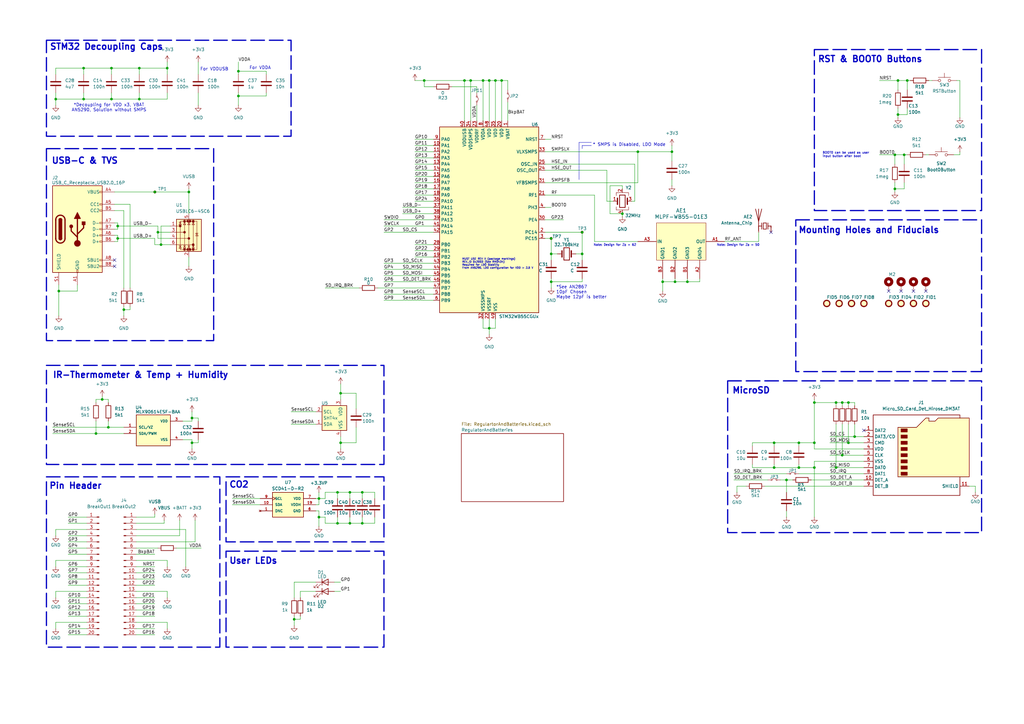
<source format=kicad_sch>
(kicad_sch (version 20250114) (generator "eeschema") (generator_version "9.0")
  (paper "A3")
  (title_block (title "STM32WB55 Dev Platform") (date "2026-02-27") (rev "1.0.0"))
  (rectangle (start 334.01 20.32) (end 402.59 86.36) (stroke (width 0.508) (type dash)))
  (rectangle (start 92.71 226.06) (end 157.48 265.43) (stroke (width 0.508) (type dash)))
  (rectangle (start 326.39 90.17) (end 402.59 152.4) (stroke (width 0.508) (type dash)))
  (rectangle (start 19.05 195.58) (end 90.17 265.43) (stroke (width 0.508) (type dash)))
  (rectangle (start 19.05 16.51) (end 119.38 55.88) (stroke (width 0.508) (type dash)))
  (rectangle (start 19.05 149.86) (end 157.48 190.5) (stroke (width 0.508) (type dash)))
  (rectangle (start 92.71 195.58) (end 157.48 222.25) (stroke (width 0.508) (type dash)))
  (rectangle (start 298.45 156.21) (end 402.59 218.44) (stroke (width 0.508) (type dash)))
  (rectangle (start 19.05 60.96) (end 87.63 139.7) (stroke (width 0.508) (type dash)))
  (text "Note: Design for Z_{0} = 50" (at 302.768 100.584 0) (effects (font (size 0.889 0.889))))
  (text "Pin Header" (at 30.988 199.39 0) (effects (font (size 2.54 2.54) (thickness 0.508) (bold yes))))
  (text "Mounting Holes and Fiducials" (at 356.362 94.488 0) (effects (font (size 2.54 2.54) (thickness 0.508) (bold yes))))
  (text "Note: Design for Z_{0} = 62" (at 252.222 100.584 0) (effects (font (size 0.889 0.889))))
  (text "*Decoupling for VDD x3, VBAT\nAN5290, Solution without SMPS\n" (at 44.704 44.196 0) (effects (font (size 1.27 1.27))))
  (text "BOOT0 can be used as user\ninput button after boot" (at 337.312 63.5 0) (effects (font (size 0.889 0.889)) (justify left)))
  (text "RST & BOOT0 Buttons" (at 356.87 24.384 0) (effects (font (size 2.54 2.54) (thickness 0.508) (bold yes))))
  (text "USB-C & TVS" (at 34.798 66.04 0) (effects (font (size 2.54 2.54) (thickness 0.508) (bold yes))))
  (text "For VDDA\n" (at 106.68 27.94 0) (effects (font (size 1.27 1.27))))
  (text "IR-Thermometer & Temp + Humidity\n" (at 57.658 153.924 0) (effects (font (size 2.54 2.54) (thickness 0.508) (bold yes))))
  (text "User LEDs" (at 103.886 230.124 0) (effects (font (size 2.54 2.54) (thickness 0.508) (bold yes))))
  (text "* SMPS is Disabled, LDO Mode" (at 258.064 59.436 0) (effects (font (size 1.27 1.27) (thickness 0.1588))))
  (text "MicroSD" (at 308.102 160.274 0) (effects (font (size 2.54 2.54) (thickness 0.508) (bold yes))))
  (text "CO2" (at 98.044 198.882 0) (effects (font (size 2.54 2.54) (thickness 0.508) (bold yes))))
  (text "*See AN2867\n10pF Chosen\nMaybe 12pF is better" (at 228.092 119.888 0) (effects (font (size 1.27 1.27)) (justify left)))
  (text "MUST USE REV X (package markings)\nREV_ID 0x2003 (See RM0434)\nRequired for LDO Stability\nFrom AN5290, LDO configuration for VDD > 2.5 V\n" (at 189.484 108.204 0) (effects (font (size 0.762 0.762)) (justify left)))
  (text "STM32 Decoupling Caps\n" (at 43.688 19.304 0) (effects (font (size 2.54 2.54) (thickness 0.508) (bold yes))))
  (text "For VDDUSB\n" (at 87.884 28.448 0) (effects (font (size 1.27 1.27))))
  (junction (at 327.66 181.61))
  (junction (at 367.03 77.47))
  (junction (at 22.86 40.64))
  (junction (at 41.91 163.83))
  (junction (at 39.37 177.8))
  (junction (at 143.51 214.63))
  (junction (at 148.59 201.93))
  (junction (at 203.2 33.02))
  (junction (at 120.65 254))
  (junction (at 97.79 39.37))
  (junction (at 57.15 40.64))
  (junction (at 327.66 191.77))
  (junction (at 205.74 33.02))
  (junction (at 193.04 33.02))
  (junction (at 200.66 33.02))
  (junction (at 226.06 104.14))
  (junction (at 78.74 171.45))
  (junction (at 190.5 33.02))
  (junction (at 271.78 115.57))
  (junction (at 368.3 33.02))
  (junction (at 226.06 115.57))
  (junction (at 334.01 181.61))
  (junction (at 276.86 115.57))
  (junction (at 173.99 33.02))
  (junction (at 24.13 119.38))
  (junction (at 50.8 127))
  (junction (at 226.06 97.79))
  (junction (at 44.45 175.26))
  (junction (at 281.94 115.57))
  (junction (at 261.62 62.23))
  (junction (at 66.04 100.33))
  (junction (at 238.76 95.25))
  (junction (at 255.27 87.63))
  (junction (at 48.26 92.71))
  (junction (at 97.79 29.21))
  (junction (at 238.76 104.14))
  (junction (at 275.59 62.23))
  (junction (at 68.58 27.94))
  (junction (at 77.47 78.74))
  (junction (at 48.26 97.79))
  (junction (at 64.77 95.25))
  (junction (at 345.44 165.1))
  (junction (at 370.84 63.5))
  (junction (at 347.98 181.61))
  (junction (at 322.58 196.85))
  (junction (at 347.98 165.1))
  (junction (at 78.74 181.61))
  (junction (at 200.66 134.62))
  (junction (at 139.7 161.29))
  (junction (at 130.81 204.47))
  (junction (at 148.59 214.63))
  (junction (at 45.72 40.64))
  (junction (at 34.29 40.64))
  (junction (at 138.43 201.93))
  (junction (at 143.51 201.93))
  (junction (at 63.5 78.74))
  (junction (at 317.5 191.77))
  (junction (at 368.3 46.99))
  (junction (at 198.12 33.02))
  (junction (at 334.01 191.77))
  (junction (at 57.15 27.94))
  (junction (at 367.03 63.5))
  (junction (at 334.01 165.1))
  (junction (at 372.11 33.02))
  (junction (at 345.44 186.69))
  (junction (at 317.5 181.61))
  (junction (at 139.7 181.61))
  (junction (at 342.9 165.1))
  (junction (at 342.9 191.77))
  (junction (at 350.52 179.07))
  (junction (at 138.43 214.63))
  (junction (at 130.81 212.09))
  (junction (at 34.29 27.94))
  (junction (at 45.72 27.94))
  (no_connect (at 374.65 119.38))
  (no_connect (at 354.33 176.53))
  (no_connect (at 46.99 109.22))
  (no_connect (at 364.49 119.38))
  (no_connect (at 46.99 106.68))
  (no_connect (at 316.23 95.25))
  (no_connect (at 369.57 119.38))
  (no_connect (at 379.73 119.38))
  (wire (pts (xy 372.11 44.45) (xy 372.11 46.99)))
  (wire (pts (xy 157.48 107.95) (xy 177.8 107.95)))
  (wire (pts (xy 69.85 95.25) (xy 64.77 95.25)))
  (wire (pts (xy 35.56 227.33) (xy 27.94 227.33)))
  (wire (pts (xy 22.86 245.11) (xy 22.86 242.57)))
  (wire (pts (xy 48.26 99.06) (xy 48.26 97.79)))
  (wire (pts (xy 243.84 99.06) (xy 261.62 99.06)))
  (wire (pts (xy 130.81 204.47) (xy 133.35 204.47)))
  (wire (pts (xy 123.19 252.73) (xy 123.19 254)))
  (wire (pts (xy 35.56 212.09) (xy 27.94 212.09)))
  (wire (pts (xy 143.51 201.93) (xy 143.51 204.47)))
  (wire (pts (xy 308.61 191.77) (xy 317.5 191.77)))
  (wire (pts (xy 39.37 163.83) (xy 39.37 165.1)))
  (wire (pts (xy 334.01 191.77) (xy 334.01 189.23)))
  (wire (pts (xy 138.43 214.63) (xy 133.35 214.63)))
  (wire (pts (xy 139.7 181.61) (xy 139.7 184.15)))
  (wire (pts (xy 35.56 240.03) (xy 27.94 240.03)))
  (wire (pts (xy 55.88 227.33) (xy 63.5 227.33)))
  (wire (pts (xy 21.59 177.8) (xy 39.37 177.8)))
  (wire (pts (xy 22.86 219.71) (xy 22.86 217.17)))
  (wire (pts (xy 275.59 66.04) (xy 275.59 62.23)))
  (wire (pts (xy 130.81 204.47) (xy 130.81 201.93)))
  (wire (pts (xy 57.15 38.1) (xy 57.15 40.64)))
  (wire (pts (xy 41.91 163.83) (xy 39.37 163.83)))
  (wire (pts (xy 200.66 130.81) (xy 200.66 134.62)))
  (wire (pts (xy 77.47 77.47) (xy 77.47 78.74)))
  (wire (pts (xy 372.11 33.02) (xy 372.11 36.83)))
  (wire (pts (xy 35.56 224.79) (xy 27.94 224.79)))
  (wire (pts (xy 223.52 74.93) (xy 261.62 74.93)))
  (wire (pts (xy 226.06 115.57) (xy 226.06 118.11)))
  (wire (pts (xy 177.8 35.56) (xy 173.99 35.56)))
  (wire (pts (xy 248.92 69.85) (xy 223.52 69.85)))
  (wire (pts (xy 21.59 175.26) (xy 44.45 175.26)))
  (wire (pts (xy 35.56 260.35) (xy 27.94 260.35)))
  (wire (pts (xy 133.35 204.47) (xy 133.35 201.93)))
  (wire (pts (xy 177.8 67.31) (xy 170.18 67.31)))
  (wire (pts (xy 45.72 40.64) (xy 34.29 40.64)))
  (wire (pts (xy 148.59 214.63) (xy 153.67 214.63)))
  (wire (pts (xy 130.81 212.09) (xy 130.81 215.9)))
  (wire (pts (xy 360.68 33.02) (xy 368.3 33.02)))
  (wire (pts (xy 50.8 86.36) (xy 50.8 118.11)))
  (wire (pts (xy 308.61 182.88) (xy 308.61 181.61)))
  (wire (pts (xy 368.3 46.99) (xy 372.11 46.99)))
  (wire (pts (xy 129.54 207.01) (xy 130.81 207.01)))
  (wire (pts (xy 208.28 36.83) (xy 208.28 33.02)))
  (wire (pts (xy 223.52 97.79) (xy 226.06 97.79)))
  (wire (pts (xy 381 33.02) (xy 382.27 33.02)))
  (wire (pts (xy 157.48 95.25) (xy 177.8 95.25)))
  (wire (pts (xy 45.72 27.94) (xy 57.15 27.94)))
  (wire (pts (xy 276.86 115.57) (xy 276.86 114.3)))
  (wire (pts (xy 287.02 115.57) (xy 281.94 115.57)))
  (wire (pts (xy 340.36 186.69) (xy 345.44 186.69)))
  (wire (pts (xy 342.9 173.99) (xy 342.9 191.77)))
  (wire (pts (xy 327.66 194.31) (xy 354.33 194.31)))
  (wire (pts (xy 193.04 33.02) (xy 193.04 49.53)))
  (wire (pts (xy 22.86 38.1) (xy 22.86 40.64)))
  (wire (pts (xy 317.5 182.88) (xy 317.5 181.61)))
  (wire (pts (xy 34.29 27.94) (xy 34.29 30.48)))
  (wire (pts (xy 46.99 99.06) (xy 48.26 99.06)))
  (wire (pts (xy 48.26 97.79) (xy 48.26 96.52)))
  (wire (pts (xy 55.88 229.87) (xy 68.58 229.87)))
  (wire (pts (xy 119.38 168.91) (xy 129.54 168.91)))
  (wire (pts (xy 287.02 115.57) (xy 287.02 114.3)))
  (wire (pts (xy 243.84 80.01) (xy 243.84 99.06)))
  (wire (pts (xy 370.84 63.5) (xy 372.11 63.5)))
  (wire (pts (xy 81.28 180.34) (xy 81.28 181.61)))
  (wire (pts (xy 68.58 27.94) (xy 68.58 30.48)))
  (wire (pts (xy 109.22 29.21) (xy 97.79 29.21)))
  (wire (pts (xy 55.88 255.27) (xy 68.58 255.27)))
  (wire (pts (xy 66.04 100.33) (xy 63.5 100.33)))
  (wire (pts (xy 109.22 29.21) (xy 109.22 30.48)))
  (wire (pts (xy 50.8 175.26) (xy 44.45 175.26)))
  (wire (pts (xy 345.44 166.37) (xy 345.44 165.1)))
  (wire (pts (xy 157.48 123.19) (xy 177.8 123.19)))
  (wire (pts (xy 400.05 199.39) (xy 400.05 201.93)))
  (wire (pts (xy 95.25 207.01) (xy 106.68 207.01)))
  (wire (pts (xy 231.14 90.17) (xy 223.52 90.17)))
  (wire (pts (xy 55.88 224.79) (xy 64.77 224.79)))
  (wire (pts (xy 203.2 134.62) (xy 200.66 134.62)))
  (wire (pts (xy 55.88 240.03) (xy 63.5 240.03)))
  (wire (pts (xy 24.13 119.38) (xy 24.13 129.54)))
  (wire (pts (xy 35.56 214.63) (xy 27.94 214.63)))
  (wire (pts (xy 223.52 57.15) (xy 226.06 57.15)))
  (wire (pts (xy 276.86 115.57) (xy 281.94 115.57)))
  (wire (pts (xy 39.37 177.8) (xy 39.37 172.72)))
  (wire (pts (xy 81.28 25.4) (xy 81.28 30.48)))
  (wire (pts (xy 44.45 165.1) (xy 44.45 163.83)))
  (wire (pts (xy 347.98 181.61) (xy 354.33 181.61)))
  (wire (pts (xy 48.26 93.98) (xy 48.26 92.71)))
  (wire (pts (xy 78.74 180.34) (xy 74.93 180.34)))
  (wire (pts (xy 130.81 209.55) (xy 130.81 212.09)))
  (wire (pts (xy 64.77 95.25) (xy 64.77 92.71)))
  (wire (pts (xy 146.05 161.29) (xy 139.7 161.29)))
  (wire (pts (xy 44.45 175.26) (xy 44.45 172.72)))
  (wire (pts (xy 81.28 172.72) (xy 81.28 171.45)))
  (wire (pts (xy 342.9 165.1) (xy 334.01 165.1)))
  (wire (pts (xy 208.28 33.02) (xy 205.74 33.02)))
  (wire (pts (xy 53.34 127) (xy 50.8 127)))
  (wire (pts (xy 45.72 27.94) (xy 45.72 30.48)))
  (wire (pts (xy 248.92 82.55) (xy 251.46 82.55)))
  (wire (pts (xy 190.5 33.02) (xy 190.5 49.53)))
  (wire (pts (xy 72.39 224.79) (xy 82.55 224.79)))
  (wire (pts (xy 48.26 91.44) (xy 46.99 91.44)))
  (wire (pts (xy 170.18 77.47) (xy 177.8 77.47)))
  (wire (pts (xy 77.47 78.74) (xy 77.47 87.63)))
  (wire (pts (xy 236.22 104.14) (xy 238.76 104.14)))
  (wire (pts (xy 368.3 46.99) (xy 368.3 48.26)))
  (wire (pts (xy 223.52 67.31) (xy 260.35 67.31)))
  (wire (pts (xy 64.77 97.79) (xy 64.77 95.25)))
  (wire (pts (xy 345.44 186.69) (xy 354.33 186.69)))
  (wire (pts (xy 55.88 214.63) (xy 67.31 214.63)))
  (wire (pts (xy 281.94 115.57) (xy 281.94 114.3)))
  (wire (pts (xy 195.58 43.18) (xy 195.58 49.53)))
  (wire (pts (xy 223.52 62.23) (xy 261.62 62.23)))
  (wire (pts (xy 48.26 97.79) (xy 63.5 97.79)))
  (wire (pts (xy 334.01 184.15) (xy 354.33 184.15)))
  (wire (pts (xy 46.99 78.74) (xy 63.5 78.74)))
  (wire (pts (xy 208.28 41.91) (xy 208.28 49.53)))
  (wire (pts (xy 69.85 97.79) (xy 64.77 97.79)))
  (wire (pts (xy 340.36 181.61) (xy 347.98 181.61)))
  (wire (pts (xy 129.54 204.47) (xy 130.81 204.47)))
  (wire (pts (xy 63.5 100.33) (xy 63.5 97.79)))
  (wire (pts (xy 342.9 191.77) (xy 354.33 191.77)))
  (wire (pts (xy 195.58 35.56) (xy 185.42 35.56)))
  (wire (pts (xy 157.48 113.03) (xy 177.8 113.03)))
  (wire (pts (xy 55.88 247.65) (xy 63.5 247.65)))
  (wire (pts (xy 332.74 196.85) (xy 354.33 196.85)))
  (wire (pts (xy 334.01 163.83) (xy 334.01 165.1)))
  (wire (pts (xy 34.29 27.94) (xy 45.72 27.94)))
  (wire (pts (xy 34.29 38.1) (xy 34.29 40.64)))
  (wire (pts (xy 327.66 181.61) (xy 334.01 181.61)))
  (wire (pts (xy 78.74 168.91) (xy 78.74 171.45)))
  (wire (pts (xy 109.22 38.1) (xy 109.22 39.37)))
  (wire (pts (xy 223.52 95.25) (xy 238.76 95.25)))
  (wire (pts (xy 345.44 173.99) (xy 345.44 186.69)))
  (wire (pts (xy 177.8 59.69) (xy 170.18 59.69)))
  (wire (pts (xy 67.31 213.36) (xy 67.31 214.63)))
  (wire (pts (xy 109.22 39.37) (xy 97.79 39.37)))
  (wire (pts (xy 133.35 214.63) (xy 133.35 212.09)))
  (wire (pts (xy 35.56 252.73) (xy 27.94 252.73)))
  (wire (pts (xy 78.74 172.72) (xy 74.93 172.72)))
  (wire (pts (xy 300.99 194.31) (xy 322.58 194.31)))
  (wire (pts (xy 22.86 40.64) (xy 22.86 43.18)))
  (wire (pts (xy 300.99 196.85) (xy 314.96 196.85)))
  (wire (pts (xy 55.88 217.17) (xy 76.2 217.17)))
  (wire (pts (xy 78.74 181.61) (xy 78.74 184.15)))
  (wire (pts (xy 226.06 104.14) (xy 226.06 106.68)))
  (wire (pts (xy 153.67 212.09) (xy 153.67 214.63)))
  (wire (pts (xy 35.56 234.95) (xy 27.94 234.95)))
  (wire (pts (xy 68.58 38.1) (xy 68.58 40.64)))
  (wire (pts (xy 139.7 157.48) (xy 139.7 161.29)))
  (wire (pts (xy 97.79 38.1) (xy 97.79 39.37)))
  (wire (pts (xy 367.03 77.47) (xy 370.84 77.47)))
  (wire (pts (xy 138.43 214.63) (xy 143.51 214.63)))
  (wire (pts (xy 139.7 161.29) (xy 139.7 163.83)))
  (wire (pts (xy 57.15 27.94) (xy 68.58 27.94)))
  (wire (pts (xy 148.59 201.93) (xy 148.59 204.47)))
  (wire (pts (xy 157.48 115.57) (xy 177.8 115.57)))
  (wire (pts (xy 68.58 25.4) (xy 68.58 27.94)))
  (polyline (pts (xy 237.49 73.66) (xy 237.49 58.42)))
  (wire (pts (xy 302.26 199.39) (xy 306.07 199.39)))
  (wire (pts (xy 46.99 93.98) (xy 48.26 93.98)))
  (wire (pts (xy 250.19 76.2) (xy 250.19 87.63)))
  (wire (pts (xy 154.94 118.11) (xy 177.8 118.11)))
  (wire (pts (xy 66.04 92.71) (xy 66.04 100.33)))
  (wire (pts (xy 143.51 212.09) (xy 143.51 214.63)))
  (wire (pts (xy 148.59 201.93) (xy 153.67 201.93)))
  (wire (pts (xy 223.52 80.01) (xy 243.84 80.01)))
  (wire (pts (xy 223.52 85.09) (xy 226.06 85.09)))
  (wire (pts (xy 22.86 257.81) (xy 22.86 255.27)))
  (wire (pts (xy 97.79 25.4) (xy 97.79 29.21)))
  (wire (pts (xy 193.04 33.02) (xy 190.5 33.02)))
  (wire (pts (xy 368.3 44.45) (xy 368.3 46.99)))
  (wire (pts (xy 143.51 201.93) (xy 148.59 201.93)))
  (wire (pts (xy 302.26 201.93) (xy 302.26 199.39)))
  (wire (pts (xy 327.66 191.77) (xy 334.01 191.77)))
  (wire (pts (xy 57.15 27.94) (xy 57.15 30.48)))
  (wire (pts (xy 81.28 181.61) (xy 78.74 181.61)))
  (wire (pts (xy 347.98 173.99) (xy 347.98 181.61)))
  (wire (pts (xy 350.52 165.1) (xy 347.98 165.1)))
  (wire (pts (xy 68.58 232.41) (xy 68.58 229.87)))
  (wire (pts (xy 138.43 212.09) (xy 138.43 214.63)))
  (wire (pts (xy 139.7 179.07) (xy 139.7 181.61)))
  (wire (pts (xy 130.81 207.01) (xy 130.81 204.47)))
  (wire (pts (xy 226.06 115.57) (xy 238.76 115.57)))
  (wire (pts (xy 334.01 181.61) (xy 334.01 184.15)))
  (wire (pts (xy 297.18 99.06) (xy 311.15 99.06)))
  (wire (pts (xy 35.56 229.87) (xy 22.86 229.87)))
  (wire (pts (xy 119.38 173.99) (xy 129.54 173.99)))
  (wire (pts (xy 370.84 74.93) (xy 370.84 77.47)))
  (wire (pts (xy 153.67 204.47) (xy 153.67 201.93)))
  (wire (pts (xy 48.26 96.52) (xy 46.99 96.52)))
  (wire (pts (xy 173.99 35.56) (xy 173.99 33.02)))
  (wire (pts (xy 35.56 219.71) (xy 27.94 219.71)))
  (wire (pts (xy 327.66 190.5) (xy 327.66 191.77)))
  (wire (pts (xy 322.58 209.55) (xy 322.58 212.09)))
  (wire (pts (xy 334.01 165.1) (xy 334.01 181.61)))
  (wire (pts (xy 129.54 209.55) (xy 130.81 209.55)))
  (wire (pts (xy 50.8 127) (xy 50.8 129.54)))
  (wire (pts (xy 45.72 38.1) (xy 45.72 40.64)))
  (wire (pts (xy 170.18 72.39) (xy 177.8 72.39)))
  (wire (pts (xy 76.2 232.41) (xy 76.2 217.17)))
  (wire (pts (xy 226.06 104.14) (xy 228.6 104.14)))
  (wire (pts (xy 170.18 74.93) (xy 177.8 74.93)))
  (wire (pts (xy 138.43 204.47) (xy 138.43 201.93)))
  (wire (pts (xy 69.85 92.71) (xy 66.04 92.71)))
  (wire (pts (xy 345.44 165.1) (xy 342.9 165.1)))
  (wire (pts (xy 271.78 115.57) (xy 271.78 114.3)))
  (wire (pts (xy 226.06 115.57) (xy 226.06 114.3)))
  (wire (pts (xy 317.5 181.61) (xy 327.66 181.61)))
  (wire (pts (xy 250.19 87.63) (xy 255.27 87.63)))
  (wire (pts (xy 360.68 63.5) (xy 367.03 63.5)))
  (wire (pts (xy 170.18 80.01) (xy 177.8 80.01)))
  (wire (pts (xy 340.36 179.07) (xy 350.52 179.07)))
  (wire (pts (xy 123.19 245.11) (xy 123.19 242.57)))
  (wire (pts (xy 68.58 257.81) (xy 68.58 255.27)))
  (wire (pts (xy 205.74 33.02) (xy 203.2 33.02)))
  (wire (pts (xy 120.65 245.11) (xy 120.65 238.76)))
  (wire (pts (xy 177.8 102.87) (xy 170.18 102.87)))
  (wire (pts (xy 55.88 222.25) (xy 80.01 222.25)))
  (wire (pts (xy 170.18 105.41) (xy 177.8 105.41)))
  (wire (pts (xy 143.51 214.63) (xy 148.59 214.63)))
  (wire (pts (xy 120.65 254) (xy 120.65 256.54)))
  (wire (pts (xy 255.27 76.2) (xy 250.19 76.2)))
  (polyline (pts (xy 238.76 59.69) (xy 242.57 59.69)))
  (wire (pts (xy 50.8 125.73) (xy 50.8 127)))
  (wire (pts (xy 200.66 33.02) (xy 200.66 49.53)))
  (wire (pts (xy 48.26 92.71) (xy 48.26 91.44)))
  (wire (pts (xy 55.88 232.41) (xy 63.5 232.41)))
  (wire (pts (xy 78.74 171.45) (xy 78.74 172.72)))
  (wire (pts (xy 350.52 179.07) (xy 354.33 179.07)))
  (wire (pts (xy 367.03 77.47) (xy 367.03 78.74)))
  (wire (pts (xy 334.01 212.09) (xy 334.01 191.77)))
  (wire (pts (xy 80.01 213.36) (xy 80.01 222.25)))
  (wire (pts (xy 81.28 171.45) (xy 78.74 171.45)))
  (wire (pts (xy 397.51 199.39) (xy 400.05 199.39)))
  (wire (pts (xy 95.25 204.47) (xy 106.68 204.47)))
  (wire (pts (xy 55.88 219.71) (xy 73.66 219.71)))
  (wire (pts (xy 379.73 63.5) (xy 381 63.5)))
  (wire (pts (xy 203.2 33.02) (xy 200.66 33.02)))
  (wire (pts (xy 97.79 39.37) (xy 97.79 43.18)))
  (wire (pts (xy 203.2 33.02) (xy 203.2 49.53)))
  (wire (pts (xy 165.1 87.63) (xy 177.8 87.63)))
  (wire (pts (xy 24.13 116.84) (xy 24.13 119.38)))
  (wire (pts (xy 311.15 95.25) (xy 311.15 99.06)))
  (wire (pts (xy 372.11 33.02) (xy 373.38 33.02)))
  (wire (pts (xy 275.59 73.66) (xy 275.59 76.2)))
  (wire (pts (xy 123.19 242.57) (xy 129.54 242.57)))
  (wire (pts (xy 198.12 33.02) (xy 198.12 49.53)))
  (wire (pts (xy 81.28 43.18) (xy 81.28 38.1)))
  (wire (pts (xy 157.48 90.17) (xy 177.8 90.17)))
  (wire (pts (xy 367.03 67.31) (xy 367.03 63.5)))
  (wire (pts (xy 320.04 196.85) (xy 322.58 196.85)))
  (wire (pts (xy 41.91 162.56) (xy 41.91 163.83)))
  (wire (pts (xy 77.47 105.41) (xy 77.47 109.22)))
  (wire (pts (xy 148.59 212.09) (xy 148.59 214.63)))
  (wire (pts (xy 347.98 165.1) (xy 345.44 165.1)))
  (wire (pts (xy 334.01 189.23) (xy 354.33 189.23)))
  (wire (pts (xy 347.98 166.37) (xy 347.98 165.1)))
  (wire (pts (xy 63.5 210.82) (xy 63.5 212.09)))
  (wire (pts (xy 173.99 33.02) (xy 190.5 33.02)))
  (wire (pts (xy 35.56 245.11) (xy 27.94 245.11)))
  (wire (pts (xy 327.66 182.88) (xy 327.66 181.61)))
  (wire (pts (xy 308.61 190.5) (xy 308.61 191.77)))
  (wire (pts (xy 157.48 120.65) (xy 177.8 120.65)))
  (wire (pts (xy 350.52 173.99) (xy 350.52 179.07)))
  (wire (pts (xy 22.86 232.41) (xy 22.86 229.87)))
  (wire (pts (xy 146.05 175.26) (xy 146.05 181.61)))
  (wire (pts (xy 55.88 250.19) (xy 63.5 250.19)))
  (wire (pts (xy 173.99 33.02) (xy 170.18 33.02)))
  (wire (pts (xy 55.88 234.95) (xy 63.5 234.95)))
  (wire (pts (xy 165.1 85.09) (xy 177.8 85.09)))
  (wire (pts (xy 226.06 97.79) (xy 226.06 104.14)))
  (wire (pts (xy 370.84 63.5) (xy 370.84 67.31)))
  (wire (pts (xy 73.66 213.36) (xy 73.66 219.71)))
  (wire (pts (xy 53.34 83.82) (xy 53.34 118.11)))
  (wire (pts (xy 31.75 119.38) (xy 24.13 119.38)))
  (wire (pts (xy 31.75 116.84) (xy 31.75 119.38)))
  (wire (pts (xy 146.05 181.61) (xy 139.7 181.61)))
  (wire (pts (xy 22.86 27.94) (xy 34.29 27.94)))
  (wire (pts (xy 177.8 62.23) (xy 170.18 62.23)))
  (wire (pts (xy 35.56 237.49) (xy 27.94 237.49)))
  (wire (pts (xy 35.56 257.81) (xy 27.94 257.81)))
  (wire (pts (xy 322.58 196.85) (xy 325.12 196.85)))
  (wire (pts (xy 35.56 255.27) (xy 22.86 255.27)))
  (wire (pts (xy 55.88 242.57) (xy 68.58 242.57)))
  (wire (pts (xy 368.3 36.83) (xy 368.3 33.02)))
  (wire (pts (xy 46.99 83.82) (xy 53.34 83.82)))
  (wire (pts (xy 177.8 69.85) (xy 170.18 69.85)))
  (wire (pts (xy 205.74 33.02) (xy 205.74 49.53)))
  (wire (pts (xy 367.03 74.93) (xy 367.03 77.47)))
  (wire (pts (xy 120.65 238.76) (xy 129.54 238.76)))
  (wire (pts (xy 137.16 238.76) (xy 139.7 238.76)))
  (wire (pts (xy 275.59 59.69) (xy 275.59 62.23)))
  (wire (pts (xy 313.69 199.39) (xy 354.33 199.39)))
  (wire (pts (xy 22.86 40.64) (xy 34.29 40.64)))
  (wire (pts (xy 195.58 38.1) (xy 195.58 35.56)))
  (wire (pts (xy 342.9 166.37) (xy 342.9 165.1)))
  (wire (pts (xy 255.27 88.9) (xy 255.27 87.63)))
  (wire (pts (xy 78.74 180.34) (xy 78.74 181.61)))
  (wire (pts (xy 322.58 196.85) (xy 322.58 201.93)))
  (wire (pts (xy 55.88 245.11) (xy 63.5 245.11)))
  (wire (pts (xy 203.2 130.81) (xy 203.2 134.62)))
  (wire (pts (xy 193.04 33.02) (xy 198.12 33.02)))
  (wire (pts (xy 63.5 78.74) (xy 77.47 78.74)))
  (wire (pts (xy 200.66 33.02) (xy 198.12 33.02)))
  (wire (pts (xy 57.15 40.64) (xy 45.72 40.64)))
  (wire (pts (xy 55.88 237.49) (xy 63.5 237.49)))
  (wire (pts (xy 177.8 100.33) (xy 170.18 100.33)))
  (polyline (pts (xy 237.49 58.42) (xy 242.57 58.42)))
  (wire (pts (xy 340.36 191.77) (xy 342.9 191.77)))
  (wire (pts (xy 50.8 177.8) (xy 39.37 177.8)))
  (wire (pts (xy 35.56 247.65) (xy 27.94 247.65)))
  (wire (pts (xy 22.86 30.48) (xy 22.86 27.94)))
  (wire (pts (xy 35.56 232.41) (xy 27.94 232.41)))
  (wire (pts (xy 55.88 252.73) (xy 63.5 252.73)))
  (wire (pts (xy 260.35 67.31) (xy 260.35 82.55)))
  (wire (pts (xy 146.05 167.64) (xy 146.05 161.29)))
  (wire (pts (xy 177.8 57.15) (xy 170.18 57.15)))
  (wire (pts (xy 368.3 33.02) (xy 372.11 33.02)))
  (wire (pts (xy 271.78 119.38) (xy 271.78 115.57)))
  (wire (pts (xy 271.78 115.57) (xy 276.86 115.57)))
  (polyline (pts (xy 238.76 60.96) (xy 238.76 59.69)))
  (wire (pts (xy 46.99 86.36) (xy 50.8 86.36)))
  (wire (pts (xy 55.88 260.35) (xy 63.5 260.35)))
  (wire (pts (xy 133.35 118.11) (xy 147.32 118.11)))
  (wire (pts (xy 55.88 257.81) (xy 63.5 257.81)))
  (wire (pts (xy 317.5 190.5) (xy 317.5 191.77)))
  (wire (pts (xy 138.43 201.93) (xy 143.51 201.93)))
  (wire (pts (xy 35.56 242.57) (xy 22.86 242.57)))
  (wire (pts (xy 238.76 95.25) (xy 238.76 104.14)))
  (wire (pts (xy 308.61 181.61) (xy 317.5 181.61)))
  (wire (pts (xy 238.76 104.14) (xy 238.76 106.68)))
  (wire (pts (xy 248.92 69.85) (xy 248.92 82.55)))
  (wire (pts (xy 200.66 134.62) (xy 200.66 137.16)))
  (wire (pts (xy 350.52 166.37) (xy 350.52 165.1)))
  (wire (pts (xy 393.7 62.23) (xy 393.7 63.5)))
  (wire (pts (xy 317.5 191.77) (xy 327.66 191.77)))
  (wire (pts (xy 255.27 76.2) (xy 255.27 77.47)))
  (wire (pts (xy 137.16 242.57) (xy 139.7 242.57)))
  (wire (pts (xy 391.16 63.5) (xy 393.7 63.5)))
  (wire (pts (xy 393.7 33.02) (xy 392.43 33.02)))
  (wire (pts (xy 53.34 125.73) (xy 53.34 127)))
  (wire (pts (xy 35.56 217.17) (xy 22.86 217.17)))
  (wire (pts (xy 367.03 63.5) (xy 370.84 63.5)))
  (wire (pts (xy 157.48 110.49) (xy 177.8 110.49)))
  (wire (pts (xy 177.8 82.55) (xy 170.18 82.55)))
  (wire (pts (xy 133.35 201.93) (xy 138.43 201.93)))
  (wire (pts (xy 68.58 40.64) (xy 57.15 40.64)))
  (wire (pts (xy 393.7 48.26) (xy 393.7 33.02)))
  (wire (pts (xy 97.79 29.21) (xy 97.79 30.48)))
  (wire (pts (xy 120.65 252.73) (xy 120.65 254)))
  (wire (pts (xy 261.62 62.23) (xy 275.59 62.23)))
  (wire (pts (xy 198.12 130.81) (xy 198.12 134.62)))
  (wire (pts (xy 133.35 212.09) (xy 130.81 212.09)))
  (wire (pts (xy 55.88 212.09) (xy 63.5 212.09)))
  (wire (pts (xy 177.8 64.77) (xy 170.18 64.77)))
  (wire (pts (xy 261.62 62.23) (xy 261.62 74.93)))
  (wire (pts (xy 68.58 245.11) (xy 68.58 242.57)))
  (wire (pts (xy 35.56 250.19) (xy 27.94 250.19)))
  (wire (pts (xy 200.66 134.62) (xy 198.12 134.62)))
  (wire (pts (xy 69.85 100.33) (xy 66.04 100.33)))
  (wire (pts (xy 238.76 114.3) (xy 238.76 115.57)))
  (wire (pts (xy 35.56 222.25) (xy 27.94 222.25)))
  (wire (pts (xy 123.19 254) (xy 120.65 254)))
  (wire (pts (xy 157.48 92.71) (xy 177.8 92.71)))
  (wire (pts (xy 48.26 92.71) (xy 64.77 92.71)))
  (wire (pts (xy 260.35 82.55) (xy 259.08 82.55)))
  (wire (pts (xy 44.45 163.83) (xy 41.91 163.83)))
  (label "VDDA" (at 195.58 48.26 90))
  (label "GP23" (at 231.14 90.17 180))
  (label "SD_DET_B" (at 340.36 199.39 0))
  (label "SenseSDA" (at 165.1 123.19 0))
  (label "GP5" (at 27.94 227.33 0))
  (label "GP18" (at 170.18 77.47 0))
  (label "GP10" (at 170.18 57.15 0))
  (label "NRST" (at 226.06 57.15 0))
  (label "SenseSDA" (at 21.59 177.8 0))
  (label "USB_D-" (at 54.61 92.71 0))
  (label "GP14" (at 27.94 257.81 0))
  (label "SD_DET_A" (at 340.36 196.85 0))
  (label "VDDA" (at 97.79 25.4 0))
  (label "GP20" (at 170.18 72.39 0))
  (label "SenseSCL" (at 95.25 204.47 0))
  (label "BkpBAT" (at 63.5 227.33 180))
  (label "USB_D+" (at 54.61 97.79 0))
  (label "GP15" (at 27.94 260.35 0))
  (label "RF_ANT" (at 297.18 99.06 0))
  (label "GP0" (at 170.18 90.17 0))
  (label "GP14" (at 170.18 67.31 0))
  (label "GP11" (at 27.94 247.65 0))
  (label "SD_SCLK" (at 340.36 186.69 0))
  (label "GP16" (at 63.5 260.35 180))
  (label "SD_CS" (at 165.1 95.25 0))
  (label "GP13" (at 170.18 64.77 0))
  (label "GP16" (at 170.18 105.41 0))
  (label "GP2" (at 157.48 95.25 0))
  (label "GP21" (at 63.5 245.11 180))
  (label "GP6" (at 27.94 232.41 0))
  (label "GP23" (at 63.5 237.49 180))
  (label "SD_CS" (at 340.36 179.07 0))
  (label "HSE_IN" (at 226.06 67.31 0))
  (label "GP21" (at 170.18 100.33 0))
  (label "SD_MOSI" (at 165.1 113.03 0))
  (label "USB_D+" (at 165.1 87.63 0))
  (label "SMPSFB" (at 226.06 74.93 0))
  (label "SenseSCL" (at 119.38 168.91 0))
  (label "SenseSCL" (at 21.59 175.26 0))
  (label "GP3" (at 27.94 222.25 0))
  (label "GP24" (at 63.5 234.95 180))
  (label "GP4" (at 27.94 224.79 0))
  (label "GP10" (at 27.94 245.11 0))
  (label "GP12" (at 170.18 62.23 0))
  (label "USB_D-" (at 165.1 85.09 0))
  (label "SWCLK" (at 157.48 92.71 0))
  (label "GP1" (at 139.7 242.57 0))
  (label "GP22" (at 63.5 240.03 180))
  (label "GP13" (at 27.94 252.73 0))
  (label "RF" (at 226.06 80.01 0))
  (label "SD_MISO" (at 165.1 110.49 0))
  (label "SD_MOSI" (at 340.36 181.61 0))
  (label "BOOT0" (at 226.06 85.09 0))
  (label "VDDA" (at 82.55 224.79 180))
  (label "NRST" (at 63.5 232.41 180))
  (label "NRST" (at 360.68 33.02 0))
  (label "GP6" (at 157.48 115.57 0))
  (label "GP12" (at 27.94 250.19 0))
  (label "SD_IRQ" (at 340.36 194.31 0))
  (label "GP1" (at 170.18 92.71 0))
  (label "GP9" (at 157.48 123.19 0))
  (label "SD_DET_BRK" (at 300.99 196.85 0))
  (label "SWDIO" (at 157.48 90.17 0))
  (label "SenseSDA" (at 95.25 207.01 0))
  (label "SD_IRQ_BRK" (at 300.99 194.31 0))
  (label "SenseSDA" (at 119.38 173.99 0))
  (label "GP5" (at 157.48 113.03 0))
  (label "GP8" (at 157.48 120.65 0))
  (label "SD_SCLK" (at 165.1 107.95 0))
  (label "GP4" (at 157.48 110.49 0))
  (label "GP0" (at 139.7 238.76 0))
  (label "GP17" (at 170.18 80.01 0))
  (label "GP0" (at 27.94 212.09 0))
  (label "GP22" (at 170.18 102.87 0))
  (label "SD_MISO" (at 340.36 191.77 0))
  (label "SMPSLX" (at 226.06 62.23 0))
  (label "GP1" (at 27.94 214.63 0))
  (label "GP9" (at 27.94 240.03 0))
  (label "GP11" (at 170.18 59.69 0))
  (label "BOOT0" (at 360.68 63.5 0))
  (label "SenseSCL" (at 165.1 120.65 0))
  (label "BkpBAT" (at 208.28 46.99 0))
  (label "GP15" (at 170.18 69.85 0))
  (label "GP3" (at 157.48 107.95 0))
  (label "GP7" (at 157.48 118.11 0))
  (label "SD_DET_BRK" (at 165.1 115.57 0))
  (label "GP19" (at 170.18 74.93 0))
  (label "GP7" (at 27.94 234.95 0))
  (label "GP19" (at 63.5 250.19 180))
  (label "GP17" (at 63.5 257.81 180))
  (label "GP8" (at 27.94 237.49 0))
  (label "GP2" (at 27.94 219.71 0))
  (label "GP20" (at 63.5 247.65 180))
  (label "SD_IRQ_BRK" (at 133.35 118.11 0))
  (label "GP24" (at 170.18 82.55 0))
  (label "HSE_OUT" (at 226.06 69.85 0))
  (label "GP18" (at 63.5 252.73 180))
  (symbol (lib_id "power:GND") (at 78.74 184.15 0) (unit 1)
    (property "Reference" "#PWR09" (effects (hide yes)))
    (property "Value" "GND" (at 78.74 187.96 0))
    (property "Description" "Power symbol creates a global label with name \"GND\" , ground" (effects (hide yes)))
  )
  (symbol (lib_id "Device:R") (at 120.65 248.92 0) (mirror y) (unit 1)
    (property "Reference" "R9" (at 118.11 247.6499 0) (effects (justify left)))
    (property "Value" "1k" (at 118.11 250.1899 0) (effects (justify left)))
    (property "Footprint" "Resistor_SMD:R_0603_1608Metric_Pad0.98x0.95mm_HandSolder" (effects (hide yes)))
    (property "Description" "Resistor" (effects (hide yes)))
  )
  (symbol (lib_id "Device:LED") (at 133.35 238.76 0) (unit 1)
    (property "Reference" "D1" (at 131.572 234.696 0))
    (property "Value" "LED" (at 132.08 236.474 0))
    (property "Footprint" "LED_SMD:LED_0805_2012Metric_Pad1.15x1.40mm_HandSolder" (effects (hide yes)))
    (property "Description" "Light emitting diode" (effects (hide yes)))
    (property "Sim.Pins" "1=K 2=A" (effects (hide yes)))
  )
  (symbol (lib_id "Device:C") (at 81.28 176.53 0) (mirror y) (unit 1)
    (property "Reference" "C32" (at 78.74 175.26 0) (effects (justify left)))
    (property "Value" "100n" (at 78.74 177.8 0) (effects (justify left)))
    (property "Footprint" "Capacitor_SMD:C_0603_1608Metric_Pad1.08x0.95mm_HandSolder" (effects (hide yes)))
    (property "Description" "Unpolarized capacitor" (effects (hide yes)))
  )
  (symbol (lib_id "power:GND") (at 393.7 48.26 0) (unit 1)
    (property "Reference" "#PWR042" (effects (hide yes)))
    (property "Value" "GND" (at 393.7 51.816 0))
    (property "Description" "Power symbol creates a global label with name \"GND\" , ground" (effects (hide yes)))
  )
  (symbol (lib_id "Power_Protection:USBLC6-4SC6") (at 77.47 95.25 0) (unit 1)
    (property "Reference" "U1" (at 72.136 84.074 0) (effects (justify left)))
    (property "Value" "USBLC6-4SC6" (at 72.136 86.614 0) (effects (justify left)))
    (property "Footprint" "Package_TO_SOT_SMD:SOT-23-6" (effects (hide yes)))
    (property "Datasheet" "https://www.st.com/resource/en/datasheet/usblc6-4.pdf" (effects (hide yes)))
    (property "Description" "Very low capacitance ESD protection diode, 4 data-line, SOT-23-6" (effects (hide yes)))
  )
  (symbol (lib_id "Device:R") (at 328.93 196.85 90) (mirror x) (unit 1)
    (property "Reference" "R3" (at 328.422 198.882 90))
    (property "Value" "5k1" (at 328.93 200.66 90))
    (property "Footprint" "Resistor_SMD:R_0603_1608Metric_Pad0.98x0.95mm_HandSolder" (effects (hide yes)))
    (property "Description" "Resistor" (effects (hide yes)))
  )
  (symbol (lib_id "Mechanical:MountingHole_Pad") (at 379.73 116.84 0) (unit 1) (in_bom no)
    (property "Reference" "H3" (effects (hide yes)))
    (property "Value" "M2" (effects (hide yes)))
    (property "Footprint" "MountingHole:MountingHole_2.2mm_M2_ISO7380_Pad_TopBottom" (effects (hide yes)))
    (property "Description" "Mounting Hole with connection" (effects (hide yes)))
  )
  (symbol (lib_id "power:GND") (at 22.86 43.18 0) (unit 1)
    (property "Reference" "#PWR01" (effects (hide yes)))
    (property "Value" "GND" (at 22.86 48.26 0))
    (property "Description" "Power symbol creates a global label with name \"GND\" , ground" (effects (hide yes)))
  )
  (symbol (lib_id "power:GND") (at 68.58 245.11 0) (unit 1)
    (property "Reference" "#PWR024" (effects (hide yes)))
    (property "Value" "GND" (at 68.58 248.92 0))
    (property "Description" "Power symbol creates a global label with name \"GND\" , ground" (effects (hide yes)))
  )
  (symbol (lib_id "MLX90614ESF-BAA-000-TU:MLX90614ESF-BAA-000-TU") (at 59.69 175.26 0) (unit 1)
    (property "Reference" "U4" (at 56.896 167.132 0))
    (property "Value" "MLX90614ESF-BAA" (at 64.77 168.91 0))
    (property "Footprint" "MLX90614ESF_symb_footprint:TO254P942H425-4" (effects (hide yes)))
    (property "PARTREV" "13" (effects (hide yes)))
    (property "STANDARD" "IPC 7351B" (effects (hide yes)))
    (property "MAXIMUM_PACKAGE_HEIGHT" "4.25 mm" (effects (hide yes)))
    (property "MANUFACTURER" "Melexis" (effects (hide yes)))
  )
  (symbol (lib_id "Device:R") (at 181.61 35.56 90) (unit 1)
    (property "Reference" "R23" (at 181.61 40.132 90))
    (property "Value" "0" (at 181.61 38.1 90))
    (property "Footprint" "Resistor_SMD:R_1206_3216Metric_Pad1.30x1.75mm_HandSolder" (effects (hide yes)))
    (property "Description" "Resistor" (effects (hide yes)))
  )
  (symbol (lib_id "Mechanical:Fiducial") (at 339.09 124.46 0) (unit 1) (in_bom no)
    (property "Reference" "FID5" (at 339.09 121.92 0) (effects (justify left)))
    (property "Value" "Fiducial" (effects (hide yes)))
    (property "Footprint" "Fiducial:Fiducial_1.5mm_Mask3mm" (effects (hide yes)))
    (property "Description" "Fiducial Marker" (effects (hide yes)))
  )
  (symbol (lib_id "Device:R") (at 367.03 71.12 0) (mirror y) (unit 1)
    (property "Reference" "R17" (at 364.49 69.8499 0) (effects (justify left)))
    (property "Value" "1meg" (at 364.49 72.3899 0) (effects (justify left)))
    (property "Footprint" "Resistor_SMD:R_0603_1608Metric_Pad0.98x0.95mm_HandSolder" (effects (hide yes)))
    (property "Description" "Resistor" (effects (hide yes)))
  )
  (symbol (lib_id "Connector:TestPoint_Small") (at 226.06 97.79 0) (unit 1)
    (property "Reference" "TP7" (at 226.568 97.028 0) (effects (justify left)))
    (property "Value" "LSEMon1" (effects (hide yes)))
    (property "Footprint" "TestPoint:TestPoint_Pad_D1.0mm" (effects (hide yes)))
    (property "Description" "test point" (effects (hide yes)))
  )
  (symbol (lib_id "power:+3.3VP") (at 130.81 201.93 0) (unit 1)
    (property "Reference" "#PWR076" (effects (hide yes)))
    (property "Value" "+3.3VP" (at 130.81 198.12 0))
    (property "Description" "Power symbol creates a global label with name \"+3.3VP\"" (effects (hide yes)))
  )
  (symbol (lib_id "power:GND") (at 50.8 129.54 0) (unit 1)
    (property "Reference" "#PWR04" (effects (hide yes)))
    (property "Value" "GND" (at 50.8 134.62 0))
    (property "Description" "Power symbol creates a global label with name \"GND\" , ground" (effects (hide yes)))
  )
  (symbol (lib_id "Device:R") (at 53.34 121.92 0) (unit 1)
    (property "Reference" "R8" (at 55.88 120.6499 0) (effects (justify left)))
    (property "Value" "5k1" (at 55.88 123.1899 0) (effects (justify left)))
    (property "Footprint" "Resistor_SMD:R_0603_1608Metric_Pad0.98x0.95mm_HandSolder" (effects (hide yes)))
    (property "Description" "Resistor" (effects (hide yes)))
  )
  (symbol (lib_id "Device:C") (at 34.29 34.29 0) (unit 1)
    (property "Reference" "C14" (at 38.1 33.0199 0) (effects (justify left)))
    (property "Value" "100n" (at 38.1 35.5599 0) (effects (justify left)))
    (property "Footprint" "Capacitor_SMD:C_0603_1608Metric_Pad1.08x0.95mm_HandSolder" (effects (hide yes)))
    (property "Description" "Unpolarized capacitor" (effects (hide yes)))
  )
  (symbol (lib_id "Connector:Micro_SD_Card_Det_Hirose_DM3AT") (at 377.19 186.69 0) (unit 1)
    (property "Reference" "J1" (at 377.825 165.1 0))
    (property "Value" "Micro_SD_Card_Det_Hirose_DM3AT" (at 377.825 167.64 0))
    (property "Footprint" "Connector_Card:microSD_HC_Hirose_DM3AT-SF-PEJM5" (effects (hide yes)))
    (property "Datasheet" "https://www.hirose.com/product/en/download_file/key_name/DM3/category/Catalog/doc_file_id/49662/?file_category_id=4&item_id=195&is_series=1" (effects (hide yes)))
    (property "Description" "Micro SD Card Socket with card detection pins" (effects (hide yes)))
  )
  (symbol (lib_id "power:+3V3") (at 393.7 62.23 0) (unit 1)
    (property "Reference" "#PWR043" (effects (hide yes)))
    (property "Value" "+3V3" (at 393.7 57.15 0))
    (property "Description" "Power symbol creates a global label with name \"+3V3\"" (effects (hide yes)))
  )
  (symbol (lib_id "Jumper:Jumper_2_Small_Bridged") (at 325.12 194.31 0) (unit 1)
    (property "Reference" "JP1" (at 325.12 193.04 0))
    (property "Value" "SD_IRQ_BREAKER" (effects (hide yes)))
    (property "Footprint" "Jumper:SolderJumper-2_P1.3mm_Bridged_RoundedPad1.0x1.5mm" (effects (hide yes)))
    (property "Description" "Jumper, 2-pole, small symbol, bridged" (effects (hide yes)))
  )
  (symbol (lib_id "power:GND") (at 22.86 232.41 0) (mirror y) (unit 1)
    (property "Reference" "#PWR014" (effects (hide yes)))
    (property "Value" "GND" (at 22.86 236.22 0))
    (property "Description" "Power symbol creates a global label with name \"GND\" , ground" (effects (hide yes)))
  )
  (symbol (lib_id "MCU_ST_STM32WB:STM32WB55CEUx") (at 200.66 90.17 0) (mirror y) (unit 1)
    (property "Reference" "U6" (at 220.726 51.054 0) (effects (justify left)))
    (property "Value" "STM32WB55CGUx" (at 220.98 129.794 0) (effects (justify left)))
    (property "Footprint" "Package_DFN_QFN:QFN-48-1EP_7x7mm_P0.5mm_EP5.6x5.6mm" (effects (hide yes)))
    (property "Datasheet" "https://www.st.com/resource/en/datasheet/stm32wb55ce.pdf" (effects (hide yes)))
    (property "Description" "STMicroelectronics Arm Cortex-M4 MCU, 512KB flash, 256KB RAM, 64 MHz, 1.71-3.6V, 30 GPIO, UFQFPN48" (effects (hide yes)))
  )
  (symbol (lib_id "power:GND") (at 130.81 215.9 0) (unit 1)
    (property "Reference" "#PWR075" (effects (hide yes)))
    (property "Value" "GND" (at 130.81 219.71 0))
    (property "Description" "Power symbol creates a global label with name \"GND\" , ground" (effects (hide yes)))
  )
  (symbol (lib_id "power:GND") (at 120.65 256.54 0) (unit 1)
    (property "Reference" "#PWR018" (effects (hide yes)))
    (property "Value" "GND" (at 120.65 261.62 0))
    (property "Description" "Power symbol creates a global label with name \"GND\" , ground" (effects (hide yes)))
  )
  (symbol (lib_id "Mechanical:MountingHole_Pad") (at 364.49 116.84 0) (unit 1) (in_bom no)
    (property "Reference" "H2" (effects (hide yes)))
    (property "Value" "M2" (at 364.49 112.522 0) (effects (justify left)))
    (property "Footprint" "MountingHole:MountingHole_2.2mm_M2_ISO7380_Pad_TopBottom" (effects (hide yes)))
    (property "Description" "Mounting Hole with connection" (effects (hide yes)))
  )
  (symbol (lib_id "power:GND") (at 302.26 201.93 0) (unit 1)
    (property "Reference" "#PWR030" (effects (hide yes)))
    (property "Value" "GND" (at 302.26 205.994 0))
    (property "Description" "Power symbol creates a global label with name \"GND\" , ground" (effects (hide yes)))
  )
  (symbol (lib_id "Device:C") (at 153.67 208.28 0) (mirror y) (unit 1)
    (property "Reference" "C38" (at 152.654 205.994 0) (effects (justify left)))
    (property "Value" "10u" (at 152.654 210.312 0) (effects (justify left)))
    (property "Footprint" "Capacitor_SMD:C_0805_2012Metric_Pad1.18x1.45mm_HandSolder" (effects (hide yes)))
    (property "Description" "Unpolarized capacitor" (effects (hide yes)))
  )
  (symbol (lib_id "Device:R") (at 309.88 199.39 90) (mirror x) (unit 1)
    (property "Reference" "R14" (at 309.88 201.422 90))
    (property "Value" "5k1" (at 309.88 203.2 90))
    (property "Footprint" "Resistor_SMD:R_0603_1608Metric_Pad0.98x0.95mm_HandSolder" (effects (hide yes)))
    (property "Description" "Resistor" (effects (hide yes)))
  )
  (symbol (lib_id "Jumper:Jumper_2_Small_Bridged") (at 195.58 40.64 270) (unit 1)
    (property "Reference" "JP11" (at 195.58 37.084 90))
    (property "Value" "VDDABreaker" (effects (hide yes)))
    (property "Footprint" "Jumper:SolderJumper-2_P1.3mm_Bridged_RoundedPad1.0x1.5mm" (effects (hide yes)))
    (property "Description" "Jumper, 2-pole, small symbol, bridged" (effects (hide yes)))
  )
  (symbol (lib_id "Connector:USB_C_Receptacle_USB2.0_16P") (at 31.75 93.98 0) (unit 1)
    (property "Reference" "J2" (at 22.606 72.898 0))
    (property "Value" "USB_C_Receptacle_USB2.0_16P" (at 36.322 74.93 0))
    (property "Footprint" "Connector_USB:USB_C_Receptacle_GCT_USB4105-xx-A_16P_TopMnt_Horizontal" (effects (hide yes)))
    (property "Datasheet" "https://www.usb.org/sites/default/files/documents/usb_type-c.zip" (effects (hide yes)))
    (property "Description" "USB 2.0-only 16P Type-C Receptacle connector" (effects (hide yes)))
  )
  (symbol (lib_id "power:+3V3") (at 78.74 168.91 0) (unit 1)
    (property "Reference" "#PWR08" (effects (hide yes)))
    (property "Value" "+3V3" (at 78.74 163.83 0))
    (property "Description" "Power symbol creates a global label with name \"+3V3\"" (effects (hide yes)))
  )
  (symbol (lib_id "power:GND") (at 22.86 245.11 0) (mirror y) (unit 1)
    (property "Reference" "#PWR015" (effects (hide yes)))
    (property "Value" "GND" (at 22.86 248.92 0))
    (property "Description" "Power symbol creates a global label with name \"GND\" , ground" (effects (hide yes)))
  )
  (symbol (lib_id "Device:C") (at 327.66 186.69 0) (mirror y) (unit 1)
    (property "Reference" "C8" (at 324.866 185.42 0) (effects (justify left)))
    (property "Value" "100n" (at 324.866 187.96 0) (effects (justify left)))
    (property "Footprint" "Capacitor_SMD:C_0603_1608Metric_Pad1.08x0.95mm_HandSolder" (effects (hide yes)))
    (property "Description" "Unpolarized capacitor" (effects (hide yes)))
  )
  (symbol (lib_id "Device:C") (at 68.58 34.29 0) (unit 1)
    (property "Reference" "C41" (at 72.39 33.0199 0) (effects (justify left)))
    (property "Value" "100n" (at 72.39 35.5599 0) (effects (justify left)))
    (property "Footprint" "Capacitor_SMD:C_0603_1608Metric_Pad1.08x0.95mm_HandSolder" (effects (hide yes)))
    (property "Description" "Unpolarized capacitor" (effects (hide yes)))
  )
  (symbol (lib_id "Device:R") (at 44.45 168.91 0) (unit 1)
    (property "Reference" "R13" (at 46.99 167.6399 0) (effects (justify left)))
    (property "Value" "5k1" (at 46.99 170.1799 0) (effects (justify left)))
    (property "Footprint" "Resistor_SMD:R_0603_1608Metric_Pad0.98x0.95mm_HandSolder" (effects (hide yes)))
    (property "Description" "Resistor" (effects (hide yes)))
  )
  (symbol (lib_id "power:GND") (at 81.28 43.18 0) (unit 1)
    (property "Reference" "#PWR011" (effects (hide yes)))
    (property "Value" "GND" (at 81.28 48.26 0))
    (property "Description" "Power symbol creates a global label with name \"GND\" , ground" (effects (hide yes)))
  )
  (symbol (lib_id "SCD41-D-R2:SCD41-D-R2") (at 121.92 212.09 0) (unit 1)
    (property "Reference" "U7" (at 118.11 197.866 0))
    (property "Value" "SCD41-D-R2" (at 118.11 200.406 0))
    (property "Footprint" "SCD41-D-R2:XDCR_SCD41-D-R2" (effects (hide yes)))
    (property "DigiKey_Part_Number" "1649-SCD41-D-R2CT-ND" (effects (hide yes)))
    (property "SnapEDA_Link" "https://www.snapeda.com/parts/SCD41-D-R2/Sensirion/view-part/?ref=snap" (effects (hide yes)))
    (property "MAXIMUM_PACKAGE_HEIGHT" "6.8mm" (effects (hide yes)))
    (property "Package" "None" (effects (hide yes)))
    (property "Check_prices" "https://www.snapeda.com/parts/SCD41-D-R2/Sensirion/view-part/?ref=eda" (effects (hide yes)))
    (property "STANDARD" "Manufacturer Recommendations" (effects (hide yes)))
    (property "PARTREV" "1.2" (effects (hide yes)))
    (property "MF" "Sensirion AG" (effects (hide yes)))
    (property "MP" "SCD41-D-R2" (effects (hide yes)))
    (property "Description_1" "Air Quality Sensor CO2 Sensor 2.5V/3.3V/5V 20-Pin SMD EP" (effects (hide yes)))
    (property "MANUFACTURER" "Sensirion" (effects (hide yes)))
    (property "SNAPEDA_PN" "SCD41-D-R2" (effects (hide yes)))
  )
  (symbol (lib_id "Mechanical:MountingHole_Pad") (at 374.65 116.84 0) (unit 1) (in_bom no)
    (property "Reference" "H1" (effects (hide yes)))
    (property "Value" "M2" (effects (hide yes)))
    (property "Footprint" "MountingHole:MountingHole_2.2mm_M2_ISO7380_Pad_TopBottom" (effects (hide yes)))
    (property "Description" "Mounting Hole with connection" (effects (hide yes)))
  )
  (symbol (lib_id "power:VBUS") (at 77.47 77.47 0) (unit 1)
    (property "Reference" "#PWR06" (effects (hide yes)))
    (property "Value" "VUSB" (at 77.47 72.39 0))
    (property "Description" "Power symbol creates a global label with name \"VBUS\"" (effects (hide yes)))
  )
  (symbol (lib_id "Sensor_Humidity:SHT4x") (at 137.16 171.45 0) (unit 1)
    (property "Reference" "U5" (at 131.826 165.354 0) (effects (justify left)))
    (property "Value" "SHT4x" (at 132.588 171.45 0) (effects (justify left)))
    (property "Footprint" "Sensor_Humidity:Sensirion_DFN-4_1.5x1.5mm_P0.8mm_SHT4x_NoCentralPad" (effects (hide yes)))
    (property "Datasheet" "https://sensirion.com/media/documents/33FD6951/624C4357/Datasheet_SHT4x.pdf" (effects (hide yes)))
    (property "Description" "Digital Humidity and Temperature Sensor, ±1%RH, ±0.1°C, I2C, 1.08-3.6V, 16bit, DFN-4" (effects (hide yes)))
  )
  (symbol (lib_id "power:GND") (at 367.03 78.74 0) (unit 1)
    (property "Reference" "#PWR038" (effects (hide yes)))
    (property "Value" "GND" (at 367.03 83.058 0))
    (property "Description" "Power symbol creates a global label with name \"GND\" , ground" (effects (hide yes)))
  )
  (symbol (lib_id "power:GND") (at 22.86 257.81 0) (mirror y) (unit 1)
    (property "Reference" "#PWR016" (effects (hide yes)))
    (property "Value" "GND" (at 22.86 261.62 0))
    (property "Description" "Power symbol creates a global label with name \"GND\" , ground" (effects (hide yes)))
  )
  (symbol (lib_id "Device:C") (at 109.22 34.29 0) (unit 1)
    (property "Reference" "C35" (at 113.03 33.0199 0) (effects (justify left)))
    (property "Value" "10n" (at 113.03 35.5599 0) (effects (justify left)))
    (property "Footprint" "Capacitor_SMD:C_0603_1608Metric_Pad1.08x0.95mm_HandSolder" (effects (hide yes)))
    (property "Description" "Unpolarized capacitor" (effects (hide yes)))
  )
  (symbol (lib_id "Device:R") (at 347.98 170.18 0) (unit 1)
    (property "Reference" "R16" (effects (hide yes)))
    (property "Value" "10k" (effects (hide yes)))
    (property "Footprint" "Resistor_SMD:R_0603_1608Metric_Pad0.98x0.95mm_HandSolder" (effects (hide yes)))
    (property "Description" "Resistor" (effects (hide yes)))
  )
  (symbol (lib_id "power:+BATT") (at 73.66 213.36 0) (unit 1)
    (property "Reference" "#PWR026" (effects (hide yes)))
    (property "Value" "+BATT" (at 73.66 208.28 0))
    (property "Description" "Power symbol creates a global label with name \"+BATT\"" (effects (hide yes)))
  )
  (symbol (lib_id "power:GND") (at 200.66 137.16 0) (unit 1)
    (property "Reference" "#PWR022" (effects (hide yes)))
    (property "Value" "GND" (at 200.66 142.24 0))
    (property "Description" "Power symbol creates a global label with name \"GND\" , ground" (effects (hide yes)))
  )
  (symbol (lib_id "Jumper:Jumper_2_Small_Bridged") (at 208.28 39.37 270) (unit 1)
    (property "Reference" "JP2" (at 210.82 39.37 90))
    (property "Value" "VBATBreaker" (effects (hide yes)))
    (property "Footprint" "Jumper:SolderJumper-2_P1.3mm_Bridged_RoundedPad1.0x1.5mm" (effects (hide yes)))
    (property "Description" "Jumper, 2-pole, small symbol, bridged" (effects (hide yes)))
  )
  (symbol (lib_id "Device:Crystal") (at 232.41 104.14 0) (unit 1)
    (property "Reference" "Y1" (at 232.41 98.298 0))
    (property "Value" "32.768kHz" (at 232.41 100.33 0))
    (property "Footprint" "Crystal:Crystal_SMD_3215-2Pin_3.2x1.5mm" (effects (hide yes)))
    (property "Description" "Two pin crystal" (effects (hide yes)))
  )
  (symbol (lib_id "power:VBUS") (at 63.5 210.82 0) (unit 1)
    (property "Reference" "#PWR020" (effects (hide yes)))
    (property "Value" "VUSB" (at 63.5 205.74 0))
    (property "Description" "Power symbol creates a global label with name \"VBUS\"" (effects (hide yes)))
  )
  (symbol (lib_id "Device:R") (at 342.9 170.18 0) (unit 1)
    (property "Reference" "R21" (effects (hide yes)))
    (property "Value" "10k" (effects (hide yes)))
    (property "Footprint" "Resistor_SMD:R_0603_1608Metric_Pad0.98x0.95mm_HandSolder" (effects (hide yes)))
    (property "Description" "Resistor" (effects (hide yes)))
  )
  (symbol (lib_id "power:+3V3") (at 334.01 163.83 0) (unit 1)
    (property "Reference" "#PWR032" (effects (hide yes)))
    (property "Value" "+3V3" (at 334.01 158.75 0))
    (property "Description" "Power symbol creates a global label with name \"+3V3\"" (effects (hide yes)))
  )
  (symbol (lib_id "Device:R") (at 345.44 170.18 0) (unit 1)
    (property "Reference" "R19" (effects (hide yes)))
    (property "Value" "10k" (effects (hide yes)))
    (property "Footprint" "Resistor_SMD:R_0603_1608Metric_Pad0.98x0.95mm_HandSolder" (effects (hide yes)))
    (property "Description" "Resistor" (effects (hide yes)))
  )
  (symbol (lib_id "Mechanical:Fiducial") (at 344.17 124.46 0) (unit 1) (in_bom no)
    (property "Reference" "FID6" (at 344.17 121.92 0) (effects (justify left)))
    (property "Value" "Fiducial" (effects (hide yes)))
    (property "Footprint" "Fiducial:Fiducial_1.5mm_Mask3mm" (effects (hide yes)))
    (property "Description" "Fiducial Marker" (effects (hide yes)))
  )
  (symbol (lib_id "Device:R") (at 50.8 121.92 0) (mirror y) (unit 1)
    (property "Reference" "R2" (at 48.26 120.6499 0) (effects (justify left)))
    (property "Value" "5k1" (at 48.26 123.1899 0) (effects (justify left)))
    (property "Footprint" "Resistor_SMD:R_0603_1608Metric_Pad0.98x0.95mm_HandSolder" (effects (hide yes)))
    (property "Description" "Resistor" (effects (hide yes)))
  )
  (symbol (lib_id "Connector:Conn_01x20_Pin") (at 50.8 234.95 0) (unit 1)
    (property "Reference" "J4" (at 50.8 205.232 0))
    (property "Value" "BreakOut2" (at 50.8 207.772 0))
    (property "Footprint" "Connector_PinHeader_2.54mm:PinHeader_1x20_P2.54mm_Vertical" (effects (hide yes)))
    (property "Description" "Generic connector, single row, 01x20, script generated" (effects (hide yes)))
  )
  (symbol (lib_id "Device:C") (at 322.58 205.74 0) (unit 1)
    (property "Reference" "C1" (at 325.12 204.724 0) (effects (justify left)))
    (property "Value" "10n" (at 325.12 206.5019 0) (effects (justify left)))
    (property "Footprint" "Capacitor_SMD:C_0603_1608Metric_Pad1.08x0.95mm_HandSolder" (effects (hide yes)))
    (property "Description" "Unpolarized capacitor" (effects (hide yes)))
  )
  (symbol (lib_id "power:GND") (at 68.58 232.41 0) (unit 1)
    (property "Reference" "#PWR023" (effects (hide yes)))
    (property "Value" "GND" (at 68.58 236.22 0))
    (property "Description" "Power symbol creates a global label with name \"GND\" , ground" (effects (hide yes)))
  )
  (symbol (lib_id "Device:R") (at 368.3 40.64 0) (mirror y) (unit 1)
    (property "Reference" "R20" (at 365.76 39.3699 0) (effects (justify left)))
    (property "Value" "1meg" (at 365.76 41.9099 0) (effects (justify left)))
    (property "Footprint" "Resistor_SMD:R_0603_1608Metric_Pad0.98x0.95mm_HandSolder" (effects (hide yes)))
    (property "Description" "Resistor" (effects (hide yes)))
  )
  (symbol (lib_id "Device:C") (at 275.59 69.85 0) (unit 1)
    (property "Reference" "C27" (at 278.13 68.072 0) (effects (justify left)))
    (property "Value" "100n" (at 278.13 70.612 0) (effects (justify left)))
    (property "Footprint" "Capacitor_SMD:C_0603_1608Metric_Pad1.08x0.95mm_HandSolder" (effects (hide yes)))
    (property "Description" "Unpolarized capacitor" (effects (hide yes)))
  )
  (symbol (lib_id "Device:C") (at 148.59 208.28 0) (mirror y) (unit 1)
    (property "Reference" "C42" (at 148.082 205.994 0) (effects (justify left)))
    (property "Value" "10u" (at 148.082 210.312 0) (effects (justify left)))
    (property "Footprint" "Capacitor_SMD:C_0805_2012Metric_Pad1.18x1.45mm_HandSolder" (effects (hide yes)))
    (property "Description" "Unpolarized capacitor" (effects (hide yes)))
  )
  (symbol (lib_id "power:+3V3") (at 139.7 157.48 0) (unit 1)
    (property "Reference" "#PWR040" (effects (hide yes)))
    (property "Value" "+3V3" (at 139.7 152.4 0))
    (property "Description" "Power symbol creates a global label with name \"+3V3\"" (effects (hide yes)))
  )
  (symbol (lib_id "Device:R") (at 375.92 63.5 90) (unit 1)
    (property "Reference" "R12" (at 375.92 57.15 90))
    (property "Value" "5k1" (at 375.92 59.69 90))
    (property "Footprint" "Resistor_SMD:R_0603_1608Metric_Pad0.98x0.95mm_HandSolder" (effects (hide yes)))
    (property "Description" "Resistor" (effects (hide yes)))
  )
  (symbol (lib_id "Mechanical:Fiducial") (at 369.57 124.46 0) (unit 1) (in_bom no)
    (property "Reference" "FID4" (at 369.57 121.92 0) (effects (justify left)))
    (property "Value" "Fiducial" (effects (hide yes)))
    (property "Footprint" "Fiducial:Fiducial_1.5mm_Mask3mm" (effects (hide yes)))
    (property "Description" "Fiducial Marker" (effects (hide yes)))
  )
  (symbol (lib_id "power:+3V3") (at 170.18 33.02 0) (unit 1)
    (property "Reference" "#PWR019" (effects (hide yes)))
    (property "Value" "+3V3" (at 170.18 27.94 0))
    (property "Description" "Power symbol creates a global label with name \"+3V3\"" (effects (hide yes)))
  )
  (symbol (lib_id "Device:R") (at 151.13 118.11 90) (mirror x) (unit 1)
    (property "Reference" "R10" (at 151.13 114.554 90))
    (property "Value" "0" (at 151.13 116.078 90))
    (property "Footprint" "Resistor_SMD:R_1206_3216Metric_Pad1.30x1.75mm_HandSolder" (effects (hide yes)))
    (property "Description" "Resistor" (effects (hide yes)))
  )
  (symbol (lib_id "Device:C") (at 372.11 40.64 0) (unit 1)
    (property "Reference" "C13" (at 372.618 43.434 0) (effects (justify left)))
    (property "Value" "100n" (at 372.618 45.974 0) (effects (justify left)))
    (property "Footprint" "Capacitor_SMD:C_0603_1608Metric_Pad1.08x0.95mm_HandSolder" (effects (hide yes)))
    (property "Description" "Unpolarized capacitor" (effects (hide yes)))
  )
  (symbol (lib_id "power:+3V3") (at 81.28 25.4 0) (unit 1)
    (property "Reference" "#PWR010" (effects (hide yes)))
    (property "Value" "+3V3" (at 81.28 20.32 0))
    (property "Description" "Power symbol creates a global label with name \"+3V3\"" (effects (hide yes)))
  )
  (symbol (lib_id "Connector:Conn_01x20_Pin") (at 40.64 234.95 0) (mirror y) (unit 1)
    (property "Reference" "J6" (at 40.64 205.232 0))
    (property "Value" "BreakOut1" (at 40.64 207.772 0))
    (property "Footprint" "Connector_PinHeader_2.54mm:PinHeader_1x20_P2.54mm_Vertical" (effects (hide yes)))
    (property "Description" "Generic connector, single row, 01x20, script generated" (effects (hide yes)))
  )
  (symbol (lib_id "power:GND") (at 271.78 119.38 0) (unit 1)
    (property "Reference" "#PWR034" (effects (hide yes)))
    (property "Value" "GND" (at 271.78 123.444 0))
    (property "Description" "Power symbol creates a global label with name \"GND\" , ground" (effects (hide yes)))
  )
  (symbol (lib_id "Device:Crystal_GND24") (at 255.27 82.55 0) (unit 1)
    (property "Reference" "Y2" (at 257.81 76.962 0))
    (property "Value" "32MHz" (at 259.588 88.392 0))
    (property "Footprint" "Crystal:Crystal_SMD_2016-4Pin_2.0x1.6mm" (effects (hide yes)))
    (property "Description" "Four pin crystal, GND on pins 2 and 4" (effects (hide yes)))
  )
  (symbol (lib_id "Jumper:Jumper_2_Small_Bridged") (at 317.5 196.85 0) (unit 1)
    (property "Reference" "JP3" (at 317.5 195.58 0))
    (property "Value" "SD_DET_BREAKER" (effects (hide yes)))
    (property "Footprint" "Jumper:SolderJumper-2_P1.3mm_Bridged_RoundedPad1.0x1.5mm" (effects (hide yes)))
    (property "Description" "Jumper, 2-pole, small symbol, bridged" (effects (hide yes)))
  )
  (symbol (lib_id "Mechanical:Fiducial") (at 354.33 124.46 0) (unit 1) (in_bom no)
    (property "Reference" "FID8" (at 354.33 121.92 0) (effects (justify left)))
    (property "Value" "Fiducial" (effects (hide yes)))
    (property "Footprint" "Fiducial:Fiducial_1.5mm_Mask3mm" (effects (hide yes)))
    (property "Description" "Fiducial Marker" (effects (hide yes)))
  )
  (symbol (lib_id "power:GND") (at 368.3 48.26 0) (unit 1)
    (property "Reference" "#PWR037" (effects (hide yes)))
    (property "Value" "GND" (at 368.3 51.816 0))
    (property "Description" "Power symbol creates a global label with name \"GND\" , ground" (effects (hide yes)))
  )
  (symbol (lib_id "power:GND") (at 255.27 88.9 0) (unit 1)
    (property "Reference" "#PWR031" (effects (hide yes)))
    (property "Value" "GND" (at 255.27 93.98 0))
    (property "Description" "Power symbol creates a global label with name \"GND\" , ground" (effects (hide yes)))
  )
  (symbol (lib_id "power:GND") (at 139.7 184.15 0) (mirror y) (unit 1)
    (property "Reference" "#PWR039" (effects (hide yes)))
    (property "Value" "GND" (at 139.7 187.96 0))
    (property "Description" "Power symbol creates a global label with name \"GND\" , ground" (effects (hide yes)))
  )
  (symbol (lib_id "power:GND") (at 97.79 43.18 0) (unit 1)
    (property "Reference" "#PWR012" (effects (hide yes)))
    (property "Value" "GND" (at 97.79 48.26 0))
    (property "Description" "Power symbol creates a global label with name \"GND\" , ground" (effects (hide yes)))
  )
  (symbol (lib_id "power:+3V3") (at 275.59 59.69 0) (unit 1)
    (property "Reference" "#PWR035" (effects (hide yes)))
    (property "Value" "+3V3" (at 275.59 54.61 0))
    (property "Description" "Power symbol creates a global label with name \"+3V3\"" (effects (hide yes)))
  )
  (symbol (lib_id "Device:C") (at 317.5 186.69 0) (mirror y) (unit 1)
    (property "Reference" "C9" (at 314.706 185.42 0) (effects (justify left)))
    (property "Value" "1u" (at 314.706 187.96 0) (effects (justify left)))
    (property "Footprint" "Capacitor_SMD:C_0805_2012Metric_Pad1.18x1.45mm_HandSolder" (effects (hide yes)))
    (property "Description" "Unpolarized capacitor" (effects (hide yes)))
  )
  (symbol (lib_id "Device:Antenna_Chip") (at 313.69 92.71 0) (mirror y) (unit 1)
    (property "Reference" "AE2" (at 308.61 88.8999 0) (effects (justify left)))
    (property "Value" "Antenna_Chip" (at 308.61 91.4399 0) (effects (justify left)))
    (property "Footprint" "Inductor_SMD:L_1206_3216Metric_Pad1.22x1.90mm_HandSolder" (effects (hide yes)))
    (property "Description" "Ceramic chip antenna with pin for PCB trace" (effects (hide yes)))
  )
  (symbol (lib_id "power:+3V3") (at 68.58 25.4 0) (unit 1)
    (property "Reference" "#PWR05" (effects (hide yes)))
    (property "Value" "+3V3" (at 68.58 20.32 0))
    (property "Description" "Power symbol creates a global label with name \"+3V3\"" (effects (hide yes)))
  )
  (symbol (lib_id "Mechanical:Fiducial") (at 349.25 124.46 0) (unit 1) (in_bom no)
    (property "Reference" "FID7" (at 349.25 121.92 0) (effects (justify left)))
    (property "Value" "Fiducial" (effects (hide yes)))
    (property "Footprint" "Fiducial:Fiducial_1.5mm_Mask3mm" (effects (hide yes)))
    (property "Description" "Fiducial Marker" (effects (hide yes)))
  )
  (symbol (lib_id "power:GND") (at 76.2 232.41 0) (unit 1)
    (property "Reference" "#PWR028" (effects (hide yes)))
    (property "Value" "GND" (at 76.2 236.22 0))
    (property "Description" "Power symbol creates a global label with name \"GND\" , ground" (effects (hide yes)))
  )
  (symbol (lib_id "Device:C") (at 146.05 171.45 0) (unit 1)
    (property "Reference" "C29" (at 148.59 170.18 0) (effects (justify left)))
    (property "Value" "100n" (at 148.59 172.72 0) (effects (justify left)))
    (property "Footprint" "Capacitor_SMD:C_0603_1608Metric_Pad1.08x0.95mm_HandSolder" (effects (hide yes)))
    (property "Description" "Unpolarized capacitor" (effects (hide yes)))
  )
  (symbol (lib_id "power:GND") (at 77.47 109.22 0) (unit 1)
    (property "Reference" "#PWR07" (effects (hide yes)))
    (property "Value" "GND" (at 77.47 114.3 0))
    (property "Description" "Power symbol creates a global label with name \"GND\" , ground" (effects (hide yes)))
  )
  (symbol (lib_id "power:+3V3") (at 41.91 162.56 0) (unit 1)
    (property "Reference" "#PWR03" (effects (hide yes)))
    (property "Value" "+3V3" (at 41.91 157.48 0))
    (property "Description" "Power symbol creates a global label with name \"+3V3\"" (effects (hide yes)))
  )
  (symbol (lib_id "Device:R") (at 123.19 248.92 0) (unit 1)
    (property "Reference" "R11" (at 125.73 247.6499 0) (effects (justify left)))
    (property "Value" "1k" (at 125.73 250.1899 0) (effects (justify left)))
    (property "Footprint" "Resistor_SMD:R_0603_1608Metric_Pad0.98x0.95mm_HandSolder" (effects (hide yes)))
    (property "Description" "Resistor" (effects (hide yes)))
  )
  (symbol (lib_id "Device:C") (at 45.72 34.29 0) (unit 1)
    (property "Reference" "C33" (at 49.53 33.0199 0) (effects (justify left)))
    (property "Value" "100n" (at 49.53 35.5599 0) (effects (justify left)))
    (property "Footprint" "Capacitor_SMD:C_0603_1608Metric_Pad1.08x0.95mm_HandSolder" (effects (hide yes)))
    (property "Description" "Unpolarized capacitor" (effects (hide yes)))
  )
  (symbol (lib_id "2025-11-14_20-30-36:MLPF-WB55-01E3") (at 279.4 99.06 0) (unit 1)
    (property "Reference" "AE1" (at 279.4 86.36 0) (effects (font (size 1.524 1.524))))
    (property "Value" "MLPF-WB55-01E3" (at 279.4 88.9 0) (effects (font (size 1.524 1.524))))
    (property "Footprint" "footprints:MLPF-WB55-01E3_STM-M" (effects (hide yes)))
    (property "Datasheet" "https://www.st.com/resource/en/datasheet/mlpf-wb55-01e3.pdf" (effects (hide yes)))
  )
  (symbol (lib_id "power:GND") (at 275.59 76.2 0) (unit 1)
    (property "Reference" "#PWR036" (effects (hide yes)))
    (property "Value" "GND" (at 275.59 81.28 0))
    (property "Description" "Power symbol creates a global label with name \"GND\" , ground" (effects (hide yes)))
  )
  (symbol (lib_id "power:GND") (at 322.58 212.09 0) (unit 1)
    (property "Reference" "#PWR077" (effects (hide yes)))
    (property "Value" "GND" (at 322.58 216.154 0))
    (property "Description" "Power symbol creates a global label with name \"GND\" , ground" (effects (hide yes)))
  )
  (symbol (lib_id "power:GND") (at 400.05 201.93 0) (unit 1)
    (property "Reference" "#PWR041" (effects (hide yes)))
    (property "Value" "GND" (at 400.05 205.74 0))
    (property "Description" "Power symbol creates a global label with name \"GND\" , ground" (effects (hide yes)))
  )
  (symbol (lib_id "Device:C") (at 81.28 34.29 0) (unit 1)
    (property "Reference" "C18" (at 85.09 33.0199 0) (effects (justify left)))
    (property "Value" "100n" (at 85.09 35.5599 0) (effects (justify left)))
    (property "Footprint" "Capacitor_SMD:C_0603_1608Metric_Pad1.08x0.95mm_HandSolder" (effects (hide yes)))
    (property "Description" "Unpolarized capacitor" (effects (hide yes)))
  )
  (symbol (lib_id "power:GND") (at 22.86 219.71 0) (mirror y) (unit 1)
    (property "Reference" "#PWR013" (effects (hide yes)))
    (property "Value" "GND" (at 22.86 223.52 0))
    (property "Description" "Power symbol creates a global label with name \"GND\" , ground" (effects (hide yes)))
  )
  (symbol (lib_id "power:GND") (at 68.58 257.81 0) (unit 1)
    (property "Reference" "#PWR025" (effects (hide yes)))
    (property "Value" "GND" (at 68.58 261.62 0))
    (property "Description" "Power symbol creates a global label with name \"GND\" , ground" (effects (hide yes)))
  )
  (symbol (lib_id "power:GND") (at 24.13 129.54 0) (unit 1)
    (property "Reference" "#PWR02" (effects (hide yes)))
    (property "Value" "GND" (at 24.13 134.62 0))
    (property "Description" "Power symbol creates a global label with name \"GND\" , ground" (effects (hide yes)))
  )
  (symbol (lib_id "Device:C") (at 22.86 34.29 0) (unit 1)
    (property "Reference" "C28" (at 26.67 33.0199 0) (effects (justify left)))
    (property "Value" "4u7" (at 26.67 35.5599 0) (effects (justify left)))
    (property "Footprint" "Capacitor_SMD:C_0805_2012Metric_Pad1.18x1.45mm_HandSolder" (effects (hide yes)))
    (property "Description" "Unpolarized capacitor" (effects (hide yes)))
  )
  (symbol (lib_id "Mechanical:Fiducial") (at 364.49 124.46 0) (unit 1) (in_bom no)
    (property "Reference" "FID3" (at 364.49 121.92 0) (effects (justify left)))
    (property "Value" "Fiducial" (effects (hide yes)))
    (property "Footprint" "Fiducial:Fiducial_1.5mm_Mask3mm" (effects (hide yes)))
    (property "Description" "Fiducial Marker" (effects (hide yes)))
  )
  (symbol (lib_id "power:GND") (at 226.06 118.11 0) (unit 1)
    (property "Reference" "#PWR029" (effects (hide yes)))
    (property "Value" "GND" (at 226.06 123.19 0))
    (property "Description" "Power symbol creates a global label with name \"GND\" , ground" (effects (hide yes)))
  )
  (symbol (lib_id "power:VBUS") (at 67.31 213.36 0) (unit 1)
    (property "Reference" "#PWR021" (effects (hide yes)))
    (property "Value" "VBUS" (at 67.31 208.28 0))
    (property "Description" "Power symbol creates a global label with name \"VBUS\"" (effects (hide yes)))
  )
  (symbol (lib_id "Device:R") (at 68.58 224.79 90) (mirror x) (unit 1)
    (property "Reference" "R22" (effects (hide yes)))
    (property "Value" "0" (effects (hide yes)))
    (property "Footprint" "Resistor_SMD:R_1206_3216Metric_Pad1.30x1.75mm_HandSolder" (effects (hide yes)))
    (property "Description" "Resistor" (effects (hide yes)))
  )
  (symbol (lib_id "Device:R") (at 350.52 170.18 0) (unit 1)
    (property "Reference" "R1" (at 353.06 168.9099 0) (effects (justify left)))
    (property "Value" "10k" (at 353.06 171.4499 0) (effects (justify left)))
    (property "Footprint" "Resistor_SMD:R_0603_1608Metric_Pad0.98x0.95mm_HandSolder" (effects (hide yes)))
    (property "Description" "Resistor" (effects (hide yes)))
  )
  (symbol (lib_id "power:+3V3") (at 80.01 213.36 0) (unit 1)
    (property "Reference" "#PWR027" (effects (hide yes)))
    (property "Value" "+3V3" (at 80.01 208.28 0))
    (property "Description" "Power symbol creates a global label with name \"+3V3\"" (effects (hide yes)))
  )
  (symbol (lib_id "Connector:TestPoint_Small") (at 238.76 95.25 0) (unit 1)
    (property "Reference" "TP3" (at 236.982 93.726 0) (effects (justify left)))
    (property "Value" "LSEMon2" (effects (hide yes)))
    (property "Footprint" "TestPoint:TestPoint_Pad_D1.0mm" (effects (hide yes)))
    (property "Description" "test point" (effects (hide yes)))
  )
  (symbol (lib_id "Device:C") (at 308.61 186.69 0) (mirror y) (unit 1)
    (property "Reference" "C10" (at 305.816 185.42 0) (effects (justify left)))
    (property "Value" "10u" (at 305.816 187.96 0) (effects (justify left)))
    (property "Footprint" "Capacitor_SMD:C_0603_1608Metric_Pad1.08x0.95mm_HandSolder" (effects (hide yes)))
    (property "Description" "Unpolarized capacitor" (effects (hide yes)))
  )
  (symbol (lib_id "Switch:SW_Push") (at 386.08 63.5 0) (unit 1)
    (property "Reference" "SW2" (at 386.08 67.056 0))
    (property "Value" "Boot0Button" (at 386.08 69.596 0))
    (property "Footprint" "Button_Switch_SMD:SW_Push_1P1T_NO_Vertical_Wuerth_434133025816" (effects (hide yes)))
    (property "Description" "Push button switch, generic, two pins" (effects (hide yes)))
  )
  (symbol (lib_id "Mechanical:MountingHole_Pad") (at 369.57 116.84 0) (unit 1) (in_bom no)
    (property "Reference" "H4" (effects (hide yes)))
    (property "Value" "M2" (effects (hide yes)))
    (property "Footprint" "MountingHole:MountingHole_2.2mm_M2_ISO7380_Pad_TopBottom" (effects (hide yes)))
    (property "Description" "Mounting Hole with connection" (effects (hide yes)))
  )
  (symbol (lib_id "Device:C") (at 57.15 34.29 0) (unit 1)
    (property "Reference" "C30" (at 60.96 33.0199 0) (effects (justify left)))
    (property "Value" "100n" (at 60.96 35.5599 0) (effects (justify left)))
    (property "Footprint" "Capacitor_SMD:C_0603_1608Metric_Pad1.08x0.95mm_HandSolder" (effects (hide yes)))
    (property "Description" "Unpolarized capacitor" (effects (hide yes)))
  )
  (symbol (lib_id "Device:C") (at 370.84 71.12 0) (unit 1)
    (property "Reference" "C11" (at 374.65 69.8499 0) (effects (justify left)))
    (property "Value" "100n" (at 374.65 72.3899 0) (effects (justify left)))
    (property "Footprint" "Capacitor_SMD:C_0603_1608Metric_Pad1.08x0.95mm_HandSolder" (effects (hide yes)))
    (property "Description" "Unpolarized capacitor" (effects (hide yes)))
  )
  (symbol (lib_id "Mechanical:Fiducial") (at 374.65 124.46 0) (unit 1) (in_bom no)
    (property "Reference" "FID2" (at 374.65 121.92 0) (effects (justify left)))
    (property "Value" "Fiducial" (effects (hide yes)))
    (property "Footprint" "Fiducial:Fiducial_1.5mm_Mask3mm" (effects (hide yes)))
    (property "Description" "Fiducial Marker" (effects (hide yes)))
  )
  (symbol (lib_id "Device:R") (at 39.37 168.91 0) (mirror y) (unit 1)
    (property "Reference" "R15" (at 36.83 167.6399 0) (effects (justify left)))
    (property "Value" "5k1" (at 36.83 170.1799 0) (effects (justify left)))
    (property "Footprint" "Resistor_SMD:R_0603_1608Metric_Pad0.98x0.95mm_HandSolder" (effects (hide yes)))
    (property "Description" "Resistor" (effects (hide yes)))
  )
  (symbol (lib_id "Device:C") (at 238.76 110.49 0) (unit 1)
    (property "Reference" "C12" (at 233.934 108.458 0) (effects (justify left)))
    (property "Value" "C" (at 233.934 110.998 0) (effects (justify left)))
    (property "Footprint" "Capacitor_SMD:C_0603_1608Metric_Pad1.08x0.95mm_HandSolder" (effects (hide yes)))
    (property "Description" "Unpolarized capacitor" (effects (hide yes)))
  )
  (symbol (lib_id "Switch:SW_Push") (at 387.35 33.02 0) (unit 1)
    (property "Reference" "SW3" (at 387.35 34.798 0))
    (property "Value" "RSTButton" (at 387.35 37.338 0))
    (property "Footprint" "Button_Switch_SMD:SW_Push_1P1T_NO_Vertical_Wuerth_434133025816" (effects (hide yes)))
    (property "Description" "Push button switch, generic, two pins" (effects (hide yes)))
  )
  (symbol (lib_id "Connector:TestPoint_Small") (at 63.5 78.74 0) (unit 1)
    (property "Reference" "TP1" (at 64.77 77.4699 0) (effects (justify left)))
    (property "Value" "USBPowerConnMonitor" (effects (hide yes)))
    (property "Footprint" "TestPoint:TestPoint_Pad_D1.5mm" (effects (hide yes)))
    (property "Description" "test point" (effects (hide yes)))
  )
  (symbol (lib_id "Device:R") (at 377.19 33.02 90) (unit 1)
    (property "Reference" "R18" (at 377.19 35.56 90))
    (property "Value" "5k1" (at 377.19 38.1 90))
    (property "Footprint" "Resistor_SMD:R_0603_1608Metric_Pad0.98x0.95mm_HandSolder" (effects (hide yes)))
    (property "Description" "Resistor" (effects (hide yes)))
  )
  (symbol (lib_id "Device:C") (at 138.43 208.28 0) (mirror y) (unit 1)
    (property "Reference" "C39" (at 136.906 205.994 0) (effects (justify left)))
    (property "Value" "100n" (at 137.668 210.312 0) (effects (justify left)))
    (property "Footprint" "Capacitor_SMD:C_0603_1608Metric_Pad1.08x0.95mm_HandSolder" (effects (hide yes)))
    (property "Description" "Unpolarized capacitor" (effects (hide yes)))
  )
  (symbol (lib_id "Mechanical:Fiducial") (at 379.73 124.46 0) (unit 1) (in_bom no)
    (property "Reference" "FID1" (at 379.73 121.92 0) (effects (justify left)))
    (property "Value" "Fiducial" (effects (hide yes)))
    (property "Footprint" "Fiducial:Fiducial_1.5mm_Mask3mm" (effects (hide yes)))
    (property "Description" "Fiducial Marker" (effects (hide yes)))
  )
  (symbol (lib_id "Device:C") (at 226.06 110.49 0) (unit 1)
    (property "Reference" "C31" (at 220.98 108.458 0) (effects (justify left)))
    (property "Value" "C" (at 220.98 110.998 0) (effects (justify left)))
    (property "Footprint" "Capacitor_SMD:C_0603_1608Metric_Pad1.08x0.95mm_HandSolder" (effects (hide yes)))
    (property "Description" "Unpolarized capacitor" (effects (hide yes)))
  )
  (symbol (lib_id "Device:C") (at 97.79 34.29 0) (unit 1)
    (property "Reference" "C37" (at 101.6 33.0199 0) (effects (justify left)))
    (property "Value" "1u" (at 101.6 35.5599 0) (effects (justify left)))
    (property "Footprint" "Capacitor_SMD:C_0805_2012Metric_Pad1.18x1.45mm_HandSolder" (effects (hide yes)))
    (property "Description" "Unpolarized capacitor" (effects (hide yes)))
  )
  (symbol (lib_id "Device:LED") (at 133.35 242.57 0) (unit 1)
    (property "Reference" "D2" (at 131.572 248.666 0))
    (property "Value" "LED" (at 132.08 246.888 0))
    (property "Footprint" "LED_SMD:LED_0805_2012Metric_Pad1.15x1.40mm_HandSolder" (effects (hide yes)))
    (property "Description" "Light emitting diode" (effects (hide yes)))
    (property "Sim.Pins" "1=K 2=A" (effects (hide yes)))
  )
  (symbol (lib_id "power:GND") (at 334.01 212.09 0) (unit 1)
    (property "Reference" "#PWR033" (effects (hide yes)))
    (property "Value" "GND" (at 334.01 216.154 0))
    (property "Description" "Power symbol creates a global label with name \"GND\" , ground" (effects (hide yes)))
  )
  (symbol (lib_id "Device:C") (at 143.51 208.28 0) (mirror y) (unit 1)
    (property "Reference" "C40" (at 142.748 205.994 0) (effects (justify left)))
    (property "Value" "10u" (at 142.748 210.312 0) (effects (justify left)))
    (property "Footprint" "Capacitor_SMD:C_0805_2012Metric_Pad1.18x1.45mm_HandSolder" (effects (hide yes)))
    (property "Description" "Unpolarized capacitor" (effects (hide yes)))
  )
  (sheet (at 189.23 177.8) (size 41.91 27.94) (stroke (width 0.1524))
    (property "Sheetname" "RegulatorAndBatteries" (at 189.23 177.0884 0) (effects (justify left bottom)))
    (property "Sheetfile" "RegulartorAndBatteries.kicad_sch" (at 189.23 173.228 0) (effects (justify left top)))
  )
)
</source>
